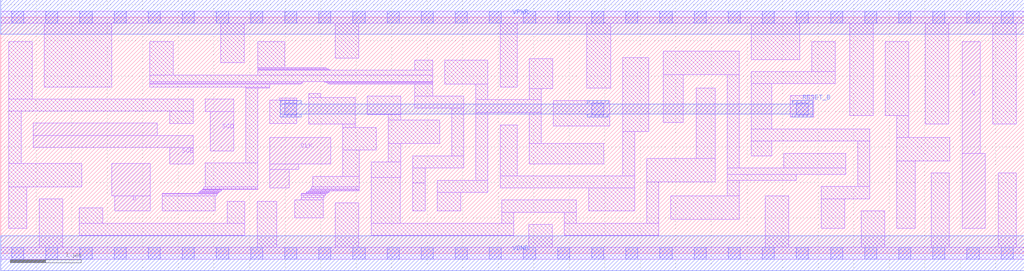
<source format=lef>
# Copyright 2020 The SkyWater PDK Authors
#
# Licensed under the Apache License, Version 2.0 (the "License");
# you may not use this file except in compliance with the License.
# You may obtain a copy of the License at
#
#     https://www.apache.org/licenses/LICENSE-2.0
#
# Unless required by applicable law or agreed to in writing, software
# distributed under the License is distributed on an "AS IS" BASIS,
# WITHOUT WARRANTIES OR CONDITIONS OF ANY KIND, either express or implied.
# See the License for the specific language governing permissions and
# limitations under the License.
#
# SPDX-License-Identifier: Apache-2.0

VERSION 5.7 ;
  NAMESCASESENSITIVE ON ;
  NOWIREEXTENSIONATPIN ON ;
  DIVIDERCHAR "/" ;
  BUSBITCHARS "[]" ;
UNITS
  DATABASE MICRONS 200 ;
END UNITS
MACRO sky130_fd_sc_ls__sdfrtp_2
  CLASS CORE ;
  FOREIGN sky130_fd_sc_ls__sdfrtp_2 ;
  ORIGIN  0.000000  0.000000 ;
  SIZE  14.40000 BY  3.330000 ;
  SYMMETRY X Y R90 ;
  SITE unit ;
  PIN D
    ANTENNAGATEAREA  0.159000 ;
    DIRECTION INPUT ;
    USE SIGNAL ;
    PORT
      LAYER li1 ;
        RECT 1.565000 0.810000 2.100000 1.265000 ;
        RECT 1.605000 0.595000 2.100000 0.810000 ;
    END
  END D
  PIN Q
    ANTENNADIFFAREA  0.543200 ;
    DIRECTION OUTPUT ;
    USE SIGNAL ;
    PORT
      LAYER li1 ;
        RECT 13.525000 0.350000 13.855000 1.410000 ;
        RECT 13.525000 1.410000 13.785000 2.980000 ;
    END
  END Q
  PIN RESET_B
    ANTENNAGATEAREA  0.411000 ;
    DIRECTION INPUT ;
    USE SIGNAL ;
    PORT
      LAYER met1 ;
        RECT  3.935000 1.920000  4.225000 1.965000 ;
        RECT  3.935000 1.965000 11.425000 2.105000 ;
        RECT  3.935000 2.105000  4.225000 2.150000 ;
        RECT  8.255000 1.920000  8.545000 1.965000 ;
        RECT  8.255000 2.105000  8.545000 2.150000 ;
        RECT 11.135000 1.920000 11.425000 1.965000 ;
        RECT 11.135000 2.105000 11.425000 2.150000 ;
    END
  END RESET_B
  PIN SCD
    ANTENNAGATEAREA  0.159000 ;
    DIRECTION INPUT ;
    USE SIGNAL ;
    PORT
      LAYER li1 ;
        RECT 2.875000 2.000000 3.275000 2.175000 ;
        RECT 2.945000 1.440000 3.275000 2.000000 ;
    END
  END SCD
  PIN SCE
    ANTENNAGATEAREA  0.318000 ;
    DIRECTION INPUT ;
    USE SIGNAL ;
    PORT
      LAYER li1 ;
        RECT 0.455000 1.490000 2.705000 1.660000 ;
        RECT 0.455000 1.660000 2.205000 1.835000 ;
        RECT 2.375000 1.260000 2.705000 1.490000 ;
    END
  END SCE
  PIN CLK
    ANTENNAGATEAREA  0.261000 ;
    DIRECTION INPUT ;
    USE CLOCK ;
    PORT
      LAYER li1 ;
        RECT 3.785000 0.920000 4.060000 1.180000 ;
        RECT 3.785000 1.180000 4.195000 1.260000 ;
        RECT 3.785000 1.260000 4.645000 1.630000 ;
    END
  END CLK
  PIN VGND
    DIRECTION INOUT ;
    SHAPE ABUTMENT ;
    USE GROUND ;
    PORT
      LAYER met1 ;
        RECT 0.000000 -0.245000 14.400000 0.245000 ;
    END
  END VGND
  PIN VPWR
    DIRECTION INOUT ;
    SHAPE ABUTMENT ;
    USE POWER ;
    PORT
      LAYER met1 ;
        RECT 0.000000 3.085000 14.400000 3.575000 ;
    END
  END VPWR
  OBS
    LAYER li1 ;
      RECT  0.000000 -0.085000 14.400000 0.085000 ;
      RECT  0.000000  3.245000 14.400000 3.415000 ;
      RECT  0.115000  0.350000  0.365000 0.935000 ;
      RECT  0.115000  0.935000  1.140000 1.265000 ;
      RECT  0.115000  1.265000  0.285000 2.005000 ;
      RECT  0.115000  2.005000  2.705000 2.175000 ;
      RECT  0.115000  2.175000  0.445000 2.980000 ;
      RECT  0.545000  0.085000  0.875000 0.765000 ;
      RECT  0.615000  2.345000  1.565000 3.245000 ;
      RECT  1.105000  0.255000  3.430000 0.425000 ;
      RECT  1.105000  0.425000  1.435000 0.640000 ;
      RECT  2.095000  2.345000  3.785000 2.385000 ;
      RECT  2.095000  2.385000  4.230000 2.400000 ;
      RECT  2.095000  2.400000  4.250000 2.420000 ;
      RECT  2.095000  2.420000  6.075000 2.515000 ;
      RECT  2.095000  2.515000  2.425000 2.980000 ;
      RECT  2.270000  0.595000  3.020000 0.810000 ;
      RECT  2.270000  0.810000  3.040000 0.835000 ;
      RECT  2.270000  0.835000  3.055000 0.845000 ;
      RECT  2.375000  1.830000  2.705000 2.005000 ;
      RECT  2.785000  0.845000  3.055000 0.855000 ;
      RECT  2.785000  0.855000  3.065000 0.865000 ;
      RECT  2.810000  0.865000  3.085000 0.880000 ;
      RECT  2.830000  0.880000  3.110000 0.890000 ;
      RECT  2.840000  0.890000  3.110000 0.900000 ;
      RECT  2.840000  0.900000  3.615000 0.910000 ;
      RECT  2.855000  0.910000  3.615000 0.935000 ;
      RECT  2.875000  0.935000  3.615000 1.270000 ;
      RECT  3.095000  2.685000  3.425000 3.245000 ;
      RECT  3.190000  0.425000  3.430000 0.730000 ;
      RECT  3.445000  1.270000  3.615000 2.330000 ;
      RECT  3.445000  2.330000  3.785000 2.345000 ;
      RECT  3.610000  0.085000  3.880000 0.730000 ;
      RECT  3.615000  2.515000  6.075000 2.580000 ;
      RECT  3.615000  2.580000  4.645000 2.585000 ;
      RECT  3.615000  2.585000  4.630000 2.590000 ;
      RECT  3.615000  2.590000  4.610000 2.600000 ;
      RECT  3.615000  2.600000  4.580000 2.620000 ;
      RECT  3.615000  2.620000  3.995000 2.980000 ;
      RECT  3.785000  1.830000  4.165000 2.160000 ;
      RECT  3.920000  2.160000  4.165000 2.190000 ;
      RECT  4.135000  0.500000  4.535000 0.750000 ;
      RECT  4.230000  0.750000  4.535000 0.790000 ;
      RECT  4.230000  0.790000  4.555000 0.815000 ;
      RECT  4.230000  0.815000  4.570000 0.835000 ;
      RECT  4.230000  0.835000  4.580000 0.845000 ;
      RECT  4.300000  0.845000  4.600000 0.860000 ;
      RECT  4.300000  0.860000  4.625000 0.865000 ;
      RECT  4.325000  0.865000  4.625000 0.880000 ;
      RECT  4.335000  1.820000  4.985000 2.195000 ;
      RECT  4.335000  2.195000  4.505000 2.250000 ;
      RECT  4.345000  0.880000  5.045000 0.890000 ;
      RECT  4.355000  0.890000  5.045000 0.910000 ;
      RECT  4.370000  0.910000  5.045000 0.935000 ;
      RECT  4.390000  0.935000  5.045000 1.080000 ;
      RECT  4.555000  2.415000  6.075000 2.420000 ;
      RECT  4.570000  2.410000  6.075000 2.415000 ;
      RECT  4.590000  2.400000  6.075000 2.410000 ;
      RECT  4.615000  2.385000  6.075000 2.400000 ;
      RECT  4.705000  0.085000  5.035000 0.710000 ;
      RECT  4.705000  2.750000  5.035000 3.245000 ;
      RECT  4.815000  1.080000  5.045000 1.455000 ;
      RECT  4.815000  1.455000  5.280000 1.775000 ;
      RECT  4.815000  1.775000  4.985000 1.820000 ;
      RECT  5.155000  1.955000  5.630000 2.215000 ;
      RECT  5.215000  0.255000  7.220000 0.425000 ;
      RECT  5.215000  0.425000  5.620000 1.070000 ;
      RECT  5.215000  1.070000  5.630000 1.285000 ;
      RECT  5.450000  1.285000  5.630000 1.545000 ;
      RECT  5.450000  1.545000  6.175000 1.875000 ;
      RECT  5.450000  1.875000  5.630000 1.955000 ;
      RECT  5.795000  0.595000  5.975000 0.995000 ;
      RECT  5.800000  0.995000  5.975000 1.200000 ;
      RECT  5.800000  1.200000  6.515000 1.370000 ;
      RECT  5.825000  2.045000  6.515000 2.215000 ;
      RECT  5.825000  2.215000  6.075000 2.385000 ;
      RECT  5.825000  2.580000  6.075000 2.725000 ;
      RECT  6.145000  0.595000  6.470000 0.860000 ;
      RECT  6.145000  0.860000  6.855000 1.030000 ;
      RECT  6.250000  2.385000  6.855000 2.725000 ;
      RECT  6.345000  1.370000  6.515000 2.045000 ;
      RECT  6.685000  1.030000  6.855000 1.985000 ;
      RECT  6.685000  1.985000  7.605000 2.165000 ;
      RECT  6.685000  2.165000  6.855000 2.385000 ;
      RECT  7.025000  0.920000  8.920000 1.090000 ;
      RECT  7.025000  1.090000  7.265000 1.805000 ;
      RECT  7.025000  2.345000  7.265000 3.245000 ;
      RECT  7.050000  0.425000  7.220000 0.580000 ;
      RECT  7.050000  0.580000  8.100000 0.750000 ;
      RECT  7.430000  0.085000  7.760000 0.410000 ;
      RECT  7.435000  1.260000  8.485000 1.545000 ;
      RECT  7.435000  1.545000  7.605000 1.985000 ;
      RECT  7.435000  2.165000  7.605000 2.320000 ;
      RECT  7.435000  2.320000  7.765000 2.745000 ;
      RECT  7.775000  1.795000  8.570000 2.150000 ;
      RECT  7.930000  0.255000  9.260000 0.425000 ;
      RECT  7.930000  0.425000  8.100000 0.580000 ;
      RECT  8.245000  2.330000  8.580000 3.245000 ;
      RECT  8.270000  0.595000  8.920000 0.920000 ;
      RECT  8.750000  1.090000  8.920000 1.715000 ;
      RECT  8.750000  1.715000  9.115000 2.755000 ;
      RECT  9.090000  0.425000  9.260000 1.005000 ;
      RECT  9.090000  1.005000 10.050000 1.335000 ;
      RECT  9.320000  1.840000  9.600000 2.520000 ;
      RECT  9.320000  2.520000 10.390000 2.850000 ;
      RECT  9.430000  0.480000 10.390000 0.810000 ;
      RECT  9.785000  1.335000 10.050000 2.330000 ;
      RECT 10.220000  0.810000 10.390000 1.030000 ;
      RECT 10.220000  1.030000 11.190000 1.110000 ;
      RECT 10.220000  1.110000 11.890000 1.200000 ;
      RECT 10.220000  1.200000 10.390000 2.520000 ;
      RECT 10.560000  1.370000 10.850000 1.580000 ;
      RECT 10.560000  1.580000 12.230000 1.750000 ;
      RECT 10.560000  1.750000 10.850000 2.390000 ;
      RECT 10.560000  2.390000 11.740000 2.560000 ;
      RECT 10.560000  2.730000 11.240000 3.245000 ;
      RECT 10.755000  0.085000 11.085000 0.810000 ;
      RECT 11.020000  1.200000 11.890000 1.410000 ;
      RECT 11.110000  1.920000 11.440000 2.220000 ;
      RECT 11.410000  2.560000 11.740000 2.980000 ;
      RECT 11.545000  0.350000 11.875000 0.770000 ;
      RECT 11.545000  0.770000 12.230000 0.940000 ;
      RECT 11.945000  1.940000 12.275000 3.245000 ;
      RECT 12.060000  0.940000 12.230000 1.580000 ;
      RECT 12.105000  0.085000 12.435000 0.600000 ;
      RECT 12.445000  1.940000 12.775000 2.980000 ;
      RECT 12.605000  0.350000 12.865000 1.300000 ;
      RECT 12.605000  1.300000 13.355000 1.630000 ;
      RECT 12.605000  1.630000 12.775000 1.940000 ;
      RECT 13.005000  1.820000 13.335000 3.245000 ;
      RECT 13.095000  0.085000 13.345000 1.130000 ;
      RECT 13.955000  1.820000 14.285000 3.245000 ;
      RECT 14.035000  0.085000 14.285000 1.130000 ;
    LAYER mcon ;
      RECT  0.155000 -0.085000  0.325000 0.085000 ;
      RECT  0.155000  3.245000  0.325000 3.415000 ;
      RECT  0.635000 -0.085000  0.805000 0.085000 ;
      RECT  0.635000  3.245000  0.805000 3.415000 ;
      RECT  1.115000 -0.085000  1.285000 0.085000 ;
      RECT  1.115000  3.245000  1.285000 3.415000 ;
      RECT  1.595000 -0.085000  1.765000 0.085000 ;
      RECT  1.595000  3.245000  1.765000 3.415000 ;
      RECT  2.075000 -0.085000  2.245000 0.085000 ;
      RECT  2.075000  3.245000  2.245000 3.415000 ;
      RECT  2.555000 -0.085000  2.725000 0.085000 ;
      RECT  2.555000  3.245000  2.725000 3.415000 ;
      RECT  3.035000 -0.085000  3.205000 0.085000 ;
      RECT  3.035000  3.245000  3.205000 3.415000 ;
      RECT  3.515000 -0.085000  3.685000 0.085000 ;
      RECT  3.515000  3.245000  3.685000 3.415000 ;
      RECT  3.995000 -0.085000  4.165000 0.085000 ;
      RECT  3.995000  1.950000  4.165000 2.120000 ;
      RECT  3.995000  3.245000  4.165000 3.415000 ;
      RECT  4.475000 -0.085000  4.645000 0.085000 ;
      RECT  4.475000  3.245000  4.645000 3.415000 ;
      RECT  4.955000 -0.085000  5.125000 0.085000 ;
      RECT  4.955000  3.245000  5.125000 3.415000 ;
      RECT  5.435000 -0.085000  5.605000 0.085000 ;
      RECT  5.435000  3.245000  5.605000 3.415000 ;
      RECT  5.915000 -0.085000  6.085000 0.085000 ;
      RECT  5.915000  3.245000  6.085000 3.415000 ;
      RECT  6.395000 -0.085000  6.565000 0.085000 ;
      RECT  6.395000  3.245000  6.565000 3.415000 ;
      RECT  6.875000 -0.085000  7.045000 0.085000 ;
      RECT  6.875000  3.245000  7.045000 3.415000 ;
      RECT  7.355000 -0.085000  7.525000 0.085000 ;
      RECT  7.355000  3.245000  7.525000 3.415000 ;
      RECT  7.835000 -0.085000  8.005000 0.085000 ;
      RECT  7.835000  3.245000  8.005000 3.415000 ;
      RECT  8.315000 -0.085000  8.485000 0.085000 ;
      RECT  8.315000  1.950000  8.485000 2.120000 ;
      RECT  8.315000  3.245000  8.485000 3.415000 ;
      RECT  8.795000 -0.085000  8.965000 0.085000 ;
      RECT  8.795000  3.245000  8.965000 3.415000 ;
      RECT  9.275000 -0.085000  9.445000 0.085000 ;
      RECT  9.275000  3.245000  9.445000 3.415000 ;
      RECT  9.755000 -0.085000  9.925000 0.085000 ;
      RECT  9.755000  3.245000  9.925000 3.415000 ;
      RECT 10.235000 -0.085000 10.405000 0.085000 ;
      RECT 10.235000  3.245000 10.405000 3.415000 ;
      RECT 10.715000 -0.085000 10.885000 0.085000 ;
      RECT 10.715000  3.245000 10.885000 3.415000 ;
      RECT 11.195000 -0.085000 11.365000 0.085000 ;
      RECT 11.195000  1.950000 11.365000 2.120000 ;
      RECT 11.195000  3.245000 11.365000 3.415000 ;
      RECT 11.675000 -0.085000 11.845000 0.085000 ;
      RECT 11.675000  3.245000 11.845000 3.415000 ;
      RECT 12.155000 -0.085000 12.325000 0.085000 ;
      RECT 12.155000  3.245000 12.325000 3.415000 ;
      RECT 12.635000 -0.085000 12.805000 0.085000 ;
      RECT 12.635000  3.245000 12.805000 3.415000 ;
      RECT 13.115000 -0.085000 13.285000 0.085000 ;
      RECT 13.115000  3.245000 13.285000 3.415000 ;
      RECT 13.595000 -0.085000 13.765000 0.085000 ;
      RECT 13.595000  3.245000 13.765000 3.415000 ;
      RECT 14.075000 -0.085000 14.245000 0.085000 ;
      RECT 14.075000  3.245000 14.245000 3.415000 ;
  END
END sky130_fd_sc_ls__sdfrtp_2
END LIBRARY

</source>
